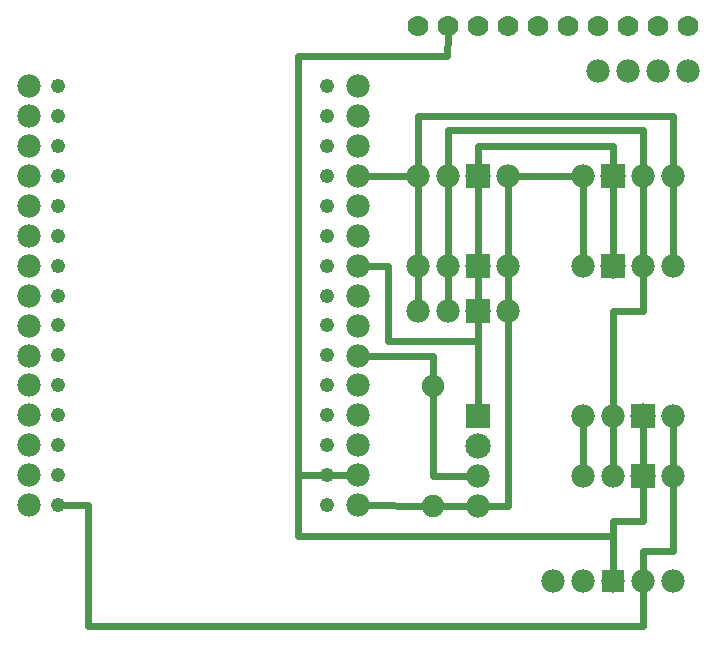
<source format=gbl>
G04 MADE WITH FRITZING*
G04 WWW.FRITZING.ORG*
G04 DOUBLE SIDED*
G04 HOLES PLATED*
G04 CONTOUR ON CENTER OF CONTOUR VECTOR*
%ASAXBY*%
%FSLAX23Y23*%
%MOIN*%
%OFA0B0*%
%SFA1.0B1.0*%
%ADD10C,0.047859*%
%ADD11C,0.070000*%
%ADD12C,0.078000*%
%ADD13C,0.077770*%
%ADD14C,0.075000*%
%ADD15C,0.084141*%
%ADD16R,0.084375X0.084375*%
%ADD17R,0.083333X0.083333*%
%ADD18R,0.078000X0.078000*%
%ADD19C,0.024000*%
%LNCOPPER0*%
G90*
G70*
G54D10*
X1203Y1695D03*
X306Y1894D03*
X306Y1795D03*
X306Y1695D03*
X306Y1595D03*
X306Y1495D03*
X1203Y1795D03*
X1203Y1894D03*
X1203Y1595D03*
X306Y1395D03*
X306Y1295D03*
X306Y1195D03*
X306Y1096D03*
X306Y996D03*
X306Y896D03*
X306Y796D03*
X306Y696D03*
X306Y596D03*
X306Y497D03*
X1203Y1195D03*
X1203Y1096D03*
X1203Y996D03*
X1203Y896D03*
X1203Y796D03*
X1203Y696D03*
X1203Y596D03*
X1203Y497D03*
X1203Y1495D03*
X1203Y1395D03*
X1203Y1295D03*
G54D11*
X2406Y2095D03*
X2306Y2095D03*
X2206Y2095D03*
X2106Y2095D03*
X2006Y2095D03*
X1906Y2095D03*
X1806Y2095D03*
X1706Y2095D03*
X1606Y2095D03*
X1506Y2095D03*
G54D12*
X2406Y1945D03*
X2306Y1945D03*
X2206Y1945D03*
X2106Y1945D03*
G54D13*
X1307Y1694D03*
X209Y1894D03*
X209Y1794D03*
X209Y1694D03*
X209Y1594D03*
X209Y1495D03*
X1307Y1794D03*
X1307Y1894D03*
X1307Y1594D03*
X209Y1395D03*
X209Y1295D03*
X209Y1195D03*
X209Y1095D03*
X209Y995D03*
X209Y896D03*
X209Y796D03*
X209Y696D03*
X209Y596D03*
X209Y496D03*
X1307Y1195D03*
X1307Y1095D03*
X1307Y995D03*
X1307Y896D03*
X1307Y796D03*
X1307Y696D03*
X1307Y596D03*
X1307Y496D03*
X1307Y1495D03*
X1307Y1395D03*
X1307Y1295D03*
G54D14*
X1556Y895D03*
X1556Y495D03*
G54D12*
X2056Y1295D03*
G54D15*
X2156Y1295D03*
G54D12*
X2256Y1295D03*
X2356Y1295D03*
X2056Y1595D03*
G54D15*
X2156Y1595D03*
G54D12*
X2256Y1595D03*
X2356Y1595D03*
X2356Y795D03*
G54D15*
X2256Y795D03*
G54D12*
X2156Y795D03*
X2056Y795D03*
X1806Y1294D03*
G54D15*
X1706Y1294D03*
G54D12*
X1606Y1294D03*
X1506Y1294D03*
X1807Y1143D03*
G54D15*
X1707Y1143D03*
G54D12*
X1607Y1143D03*
X1507Y1143D03*
X1806Y1594D03*
G54D15*
X1706Y1594D03*
G54D12*
X1606Y1594D03*
X1506Y1594D03*
X2356Y595D03*
G54D15*
X2256Y595D03*
G54D12*
X2156Y595D03*
X2056Y595D03*
X1706Y795D03*
G54D15*
X1706Y695D03*
G54D12*
X1706Y595D03*
X1706Y495D03*
X2356Y245D03*
X2256Y245D03*
X2156Y245D03*
X2056Y245D03*
X1956Y245D03*
G54D16*
X2156Y1295D03*
X2156Y1595D03*
X2255Y795D03*
X1706Y1294D03*
X1706Y1143D03*
X1706Y1594D03*
X2255Y595D03*
G54D17*
X1706Y795D03*
G54D18*
X2156Y245D03*
G54D19*
X1676Y495D02*
X1584Y495D01*
D02*
X1706Y1045D02*
X1706Y1111D01*
D02*
X2156Y394D02*
X1106Y394D01*
D02*
X1106Y394D02*
X1106Y596D01*
D02*
X1106Y596D02*
X1277Y596D01*
D02*
X2156Y275D02*
X2156Y394D01*
D02*
X2257Y94D02*
X2256Y215D01*
D02*
X406Y94D02*
X2257Y94D01*
D02*
X406Y497D02*
X406Y94D01*
D02*
X328Y497D02*
X406Y497D01*
D02*
X1337Y1594D02*
X1476Y1594D01*
D02*
X1106Y596D02*
X1106Y1993D01*
D02*
X1106Y1993D02*
X1604Y1993D01*
D02*
X1604Y1993D02*
X1605Y2064D01*
D02*
X1277Y596D02*
X1106Y596D01*
D02*
X1557Y594D02*
X1676Y595D01*
D02*
X1556Y867D02*
X1557Y594D01*
D02*
X1556Y995D02*
X1337Y995D01*
D02*
X1556Y924D02*
X1556Y995D01*
D02*
X1527Y495D02*
X1337Y496D01*
D02*
X1706Y1045D02*
X1406Y1045D01*
D02*
X1706Y825D02*
X1706Y1045D01*
D02*
X1406Y1045D02*
X1406Y1295D01*
D02*
X1406Y1295D02*
X1337Y1295D01*
D02*
X1706Y1263D02*
X1707Y1174D01*
D02*
X1806Y1264D02*
X1807Y1173D01*
D02*
X1606Y1264D02*
X1607Y1173D01*
D02*
X1506Y1264D02*
X1507Y1173D01*
D02*
X1506Y1564D02*
X1506Y1324D01*
D02*
X1606Y1564D02*
X1606Y1324D01*
D02*
X1706Y1563D02*
X1706Y1326D01*
D02*
X1806Y1564D02*
X1806Y1324D01*
D02*
X2155Y1695D02*
X1707Y1695D01*
D02*
X1707Y1695D02*
X1706Y1626D01*
D02*
X2155Y1627D02*
X2155Y1695D01*
D02*
X1605Y1746D02*
X1606Y1624D01*
D02*
X2256Y1746D02*
X1605Y1746D01*
D02*
X2256Y1625D02*
X2256Y1746D01*
D02*
X2156Y1327D02*
X2156Y1564D01*
D02*
X1505Y1794D02*
X1506Y1624D01*
D02*
X2355Y1794D02*
X1505Y1794D01*
D02*
X2356Y1625D02*
X2355Y1794D01*
D02*
X2056Y1325D02*
X2056Y1565D01*
D02*
X1836Y1594D02*
X2026Y1595D01*
D02*
X2256Y1325D02*
X2256Y1565D01*
D02*
X2356Y1325D02*
X2356Y1565D01*
D02*
X2155Y1145D02*
X2256Y1145D01*
D02*
X2256Y1145D02*
X2256Y1265D01*
D02*
X2156Y825D02*
X2155Y1145D01*
D02*
X1806Y494D02*
X1736Y495D01*
D02*
X1807Y1113D02*
X1806Y494D01*
D02*
X2356Y765D02*
X2356Y625D01*
D02*
X2256Y764D02*
X2256Y627D01*
D02*
X2156Y625D02*
X2156Y765D01*
D02*
X2056Y625D02*
X2056Y765D01*
D02*
X2257Y445D02*
X2157Y445D01*
D02*
X2157Y445D02*
X2156Y275D01*
D02*
X2256Y564D02*
X2257Y445D01*
D02*
X2356Y565D02*
X2356Y345D01*
D02*
X2356Y345D02*
X2256Y345D01*
D02*
X2256Y345D02*
X2256Y275D01*
G04 End of Copper0*
M02*
</source>
